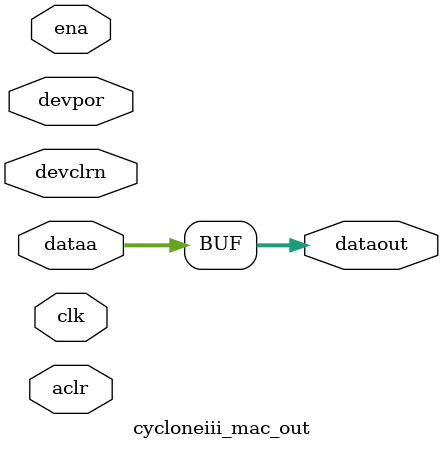
<source format=v>
module   cycloneiii_mac_out (
   dataa,
   clk,
	ena,
   aclr,
   dataout,
	devclrn,
	devpor
   );

   parameter   dataa_width = 0;
   parameter   output_clock = "none";
   parameter   lpm_type = "cycloneiii_mac_out";

   input [dataa_width-1:0] dataa;
   input ena;
   input clk;
   input aclr;
	input devclrn, devpor;

   output   [dataa_width-1:0] dataout;

	generate if (output_clock != "none") begin
      dffep dataa_reg_inst [ dataa_width-1 : 0 ] (
        .q(dataout),
        .ck(clk),
        .en(ena),
        .d(dataa),
 		  .s( 1'b0 ),
        .r(aclr)
      );
   end
   else
      assign dataout = dataa;
   endgenerate


endmodule //cycloneiii_mac_out



</source>
